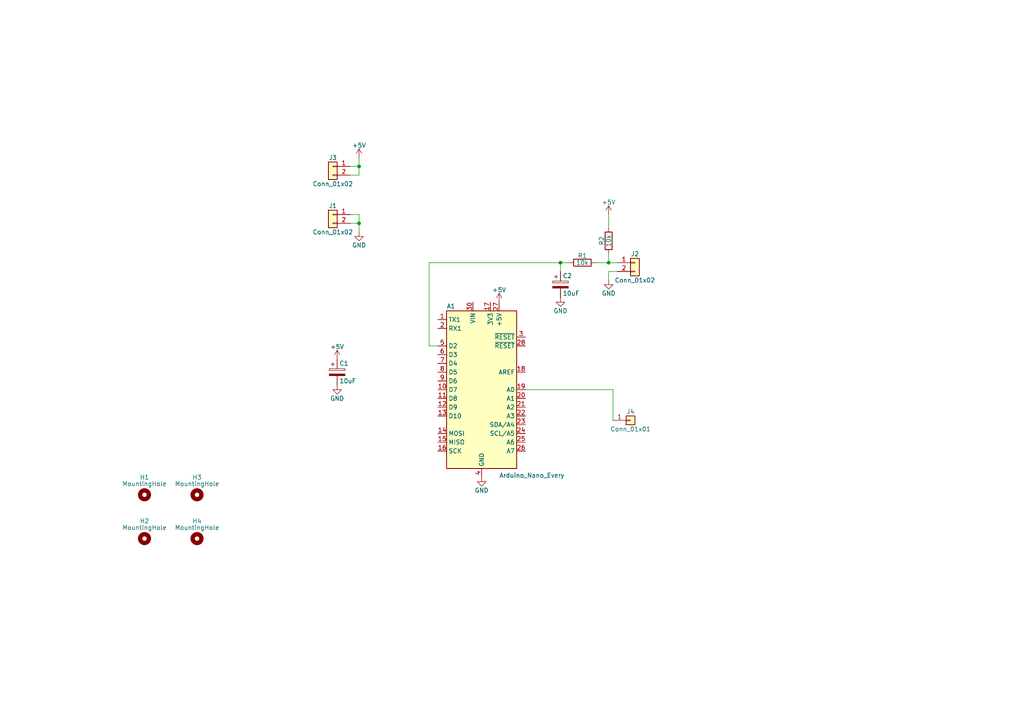
<source format=kicad_sch>
(kicad_sch (version 20211123) (generator eeschema)

  (uuid 8aa17ca7-4543-4fec-9ef0-e4e92431aa65)

  (paper "A4")

  (lib_symbols
    (symbol "Connector_Generic:Conn_01x01" (pin_names (offset 1.016) hide) (in_bom yes) (on_board yes)
      (property "Reference" "J" (id 0) (at 0 2.54 0)
        (effects (font (size 1.27 1.27)))
      )
      (property "Value" "Conn_01x01" (id 1) (at 0 -2.54 0)
        (effects (font (size 1.27 1.27)))
      )
      (property "Footprint" "" (id 2) (at 0 0 0)
        (effects (font (size 1.27 1.27)) hide)
      )
      (property "Datasheet" "~" (id 3) (at 0 0 0)
        (effects (font (size 1.27 1.27)) hide)
      )
      (property "ki_keywords" "connector" (id 4) (at 0 0 0)
        (effects (font (size 1.27 1.27)) hide)
      )
      (property "ki_description" "Generic connector, single row, 01x01, script generated (kicad-library-utils/schlib/autogen/connector/)" (id 5) (at 0 0 0)
        (effects (font (size 1.27 1.27)) hide)
      )
      (property "ki_fp_filters" "Connector*:*_1x??_*" (id 6) (at 0 0 0)
        (effects (font (size 1.27 1.27)) hide)
      )
      (symbol "Conn_01x01_1_1"
        (rectangle (start -1.27 0.127) (end 0 -0.127)
          (stroke (width 0.1524) (type default) (color 0 0 0 0))
          (fill (type none))
        )
        (rectangle (start -1.27 1.27) (end 1.27 -1.27)
          (stroke (width 0.254) (type default) (color 0 0 0 0))
          (fill (type background))
        )
        (pin passive line (at -5.08 0 0) (length 3.81)
          (name "Pin_1" (effects (font (size 1.27 1.27))))
          (number "1" (effects (font (size 1.27 1.27))))
        )
      )
    )
    (symbol "Connector_Generic:Conn_01x02" (pin_names (offset 1.016) hide) (in_bom yes) (on_board yes)
      (property "Reference" "J" (id 0) (at 0 2.54 0)
        (effects (font (size 1.27 1.27)))
      )
      (property "Value" "Conn_01x02" (id 1) (at 0 -5.08 0)
        (effects (font (size 1.27 1.27)))
      )
      (property "Footprint" "" (id 2) (at 0 0 0)
        (effects (font (size 1.27 1.27)) hide)
      )
      (property "Datasheet" "~" (id 3) (at 0 0 0)
        (effects (font (size 1.27 1.27)) hide)
      )
      (property "ki_keywords" "connector" (id 4) (at 0 0 0)
        (effects (font (size 1.27 1.27)) hide)
      )
      (property "ki_description" "Generic connector, single row, 01x02, script generated (kicad-library-utils/schlib/autogen/connector/)" (id 5) (at 0 0 0)
        (effects (font (size 1.27 1.27)) hide)
      )
      (property "ki_fp_filters" "Connector*:*_1x??_*" (id 6) (at 0 0 0)
        (effects (font (size 1.27 1.27)) hide)
      )
      (symbol "Conn_01x02_1_1"
        (rectangle (start -1.27 -2.413) (end 0 -2.667)
          (stroke (width 0.1524) (type default) (color 0 0 0 0))
          (fill (type none))
        )
        (rectangle (start -1.27 0.127) (end 0 -0.127)
          (stroke (width 0.1524) (type default) (color 0 0 0 0))
          (fill (type none))
        )
        (rectangle (start -1.27 1.27) (end 1.27 -3.81)
          (stroke (width 0.254) (type default) (color 0 0 0 0))
          (fill (type background))
        )
        (pin passive line (at -5.08 0 0) (length 3.81)
          (name "Pin_1" (effects (font (size 1.27 1.27))))
          (number "1" (effects (font (size 1.27 1.27))))
        )
        (pin passive line (at -5.08 -2.54 0) (length 3.81)
          (name "Pin_2" (effects (font (size 1.27 1.27))))
          (number "2" (effects (font (size 1.27 1.27))))
        )
      )
    )
    (symbol "Device:C_Polarized" (pin_numbers hide) (pin_names (offset 0.254)) (in_bom yes) (on_board yes)
      (property "Reference" "C" (id 0) (at 0.635 2.54 0)
        (effects (font (size 1.27 1.27)) (justify left))
      )
      (property "Value" "C_Polarized" (id 1) (at 0.635 -2.54 0)
        (effects (font (size 1.27 1.27)) (justify left))
      )
      (property "Footprint" "" (id 2) (at 0.9652 -3.81 0)
        (effects (font (size 1.27 1.27)) hide)
      )
      (property "Datasheet" "~" (id 3) (at 0 0 0)
        (effects (font (size 1.27 1.27)) hide)
      )
      (property "ki_keywords" "cap capacitor" (id 4) (at 0 0 0)
        (effects (font (size 1.27 1.27)) hide)
      )
      (property "ki_description" "Polarized capacitor" (id 5) (at 0 0 0)
        (effects (font (size 1.27 1.27)) hide)
      )
      (property "ki_fp_filters" "CP_*" (id 6) (at 0 0 0)
        (effects (font (size 1.27 1.27)) hide)
      )
      (symbol "C_Polarized_0_1"
        (rectangle (start -2.286 0.508) (end 2.286 1.016)
          (stroke (width 0) (type default) (color 0 0 0 0))
          (fill (type none))
        )
        (polyline
          (pts
            (xy -1.778 2.286)
            (xy -0.762 2.286)
          )
          (stroke (width 0) (type default) (color 0 0 0 0))
          (fill (type none))
        )
        (polyline
          (pts
            (xy -1.27 2.794)
            (xy -1.27 1.778)
          )
          (stroke (width 0) (type default) (color 0 0 0 0))
          (fill (type none))
        )
        (rectangle (start 2.286 -0.508) (end -2.286 -1.016)
          (stroke (width 0) (type default) (color 0 0 0 0))
          (fill (type outline))
        )
      )
      (symbol "C_Polarized_1_1"
        (pin passive line (at 0 3.81 270) (length 2.794)
          (name "~" (effects (font (size 1.27 1.27))))
          (number "1" (effects (font (size 1.27 1.27))))
        )
        (pin passive line (at 0 -3.81 90) (length 2.794)
          (name "~" (effects (font (size 1.27 1.27))))
          (number "2" (effects (font (size 1.27 1.27))))
        )
      )
    )
    (symbol "Device:R" (pin_numbers hide) (pin_names (offset 0)) (in_bom yes) (on_board yes)
      (property "Reference" "R" (id 0) (at 2.032 0 90)
        (effects (font (size 1.27 1.27)))
      )
      (property "Value" "R" (id 1) (at 0 0 90)
        (effects (font (size 1.27 1.27)))
      )
      (property "Footprint" "" (id 2) (at -1.778 0 90)
        (effects (font (size 1.27 1.27)) hide)
      )
      (property "Datasheet" "~" (id 3) (at 0 0 0)
        (effects (font (size 1.27 1.27)) hide)
      )
      (property "ki_keywords" "R res resistor" (id 4) (at 0 0 0)
        (effects (font (size 1.27 1.27)) hide)
      )
      (property "ki_description" "Resistor" (id 5) (at 0 0 0)
        (effects (font (size 1.27 1.27)) hide)
      )
      (property "ki_fp_filters" "R_*" (id 6) (at 0 0 0)
        (effects (font (size 1.27 1.27)) hide)
      )
      (symbol "R_0_1"
        (rectangle (start -1.016 -2.54) (end 1.016 2.54)
          (stroke (width 0.254) (type default) (color 0 0 0 0))
          (fill (type none))
        )
      )
      (symbol "R_1_1"
        (pin passive line (at 0 3.81 270) (length 1.27)
          (name "~" (effects (font (size 1.27 1.27))))
          (number "1" (effects (font (size 1.27 1.27))))
        )
        (pin passive line (at 0 -3.81 90) (length 1.27)
          (name "~" (effects (font (size 1.27 1.27))))
          (number "2" (effects (font (size 1.27 1.27))))
        )
      )
    )
    (symbol "MCU_Module:Arduino_Nano_Every" (in_bom yes) (on_board yes)
      (property "Reference" "A" (id 0) (at -10.16 23.495 0)
        (effects (font (size 1.27 1.27)) (justify left bottom))
      )
      (property "Value" "Arduino_Nano_Every" (id 1) (at 5.08 -24.13 0)
        (effects (font (size 1.27 1.27)) (justify left top))
      )
      (property "Footprint" "Module:Arduino_Nano" (id 2) (at 0 0 0)
        (effects (font (size 1.27 1.27) italic) hide)
      )
      (property "Datasheet" "https://content.arduino.cc/assets/NANOEveryV3.0_sch.pdf" (id 3) (at 0 0 0)
        (effects (font (size 1.27 1.27)) hide)
      )
      (property "ki_keywords" "Arduino nano microcontroller module USB UPDI AATMega4809 AVR" (id 4) (at 0 0 0)
        (effects (font (size 1.27 1.27)) hide)
      )
      (property "ki_description" "Arduino Nano Every" (id 5) (at 0 0 0)
        (effects (font (size 1.27 1.27)) hide)
      )
      (property "ki_fp_filters" "Arduino*Nano*" (id 6) (at 0 0 0)
        (effects (font (size 1.27 1.27)) hide)
      )
      (symbol "Arduino_Nano_Every_0_1"
        (rectangle (start -10.16 22.86) (end 10.16 -22.86)
          (stroke (width 0.254) (type default) (color 0 0 0 0))
          (fill (type background))
        )
      )
      (symbol "Arduino_Nano_Every_1_1"
        (pin bidirectional line (at -12.7 20.32 0) (length 2.54)
          (name "TX1" (effects (font (size 1.27 1.27))))
          (number "1" (effects (font (size 1.27 1.27))))
        )
        (pin bidirectional line (at -12.7 0 0) (length 2.54)
          (name "D7" (effects (font (size 1.27 1.27))))
          (number "10" (effects (font (size 1.27 1.27))))
        )
        (pin bidirectional line (at -12.7 -2.54 0) (length 2.54)
          (name "D8" (effects (font (size 1.27 1.27))))
          (number "11" (effects (font (size 1.27 1.27))))
        )
        (pin bidirectional line (at -12.7 -5.08 0) (length 2.54)
          (name "D9" (effects (font (size 1.27 1.27))))
          (number "12" (effects (font (size 1.27 1.27))))
        )
        (pin bidirectional line (at -12.7 -7.62 0) (length 2.54)
          (name "D10" (effects (font (size 1.27 1.27))))
          (number "13" (effects (font (size 1.27 1.27))))
        )
        (pin bidirectional line (at -12.7 -12.7 0) (length 2.54)
          (name "MOSI" (effects (font (size 1.27 1.27))))
          (number "14" (effects (font (size 1.27 1.27))))
        )
        (pin bidirectional line (at -12.7 -15.24 0) (length 2.54)
          (name "MISO" (effects (font (size 1.27 1.27))))
          (number "15" (effects (font (size 1.27 1.27))))
        )
        (pin bidirectional line (at -12.7 -17.78 0) (length 2.54)
          (name "SCK" (effects (font (size 1.27 1.27))))
          (number "16" (effects (font (size 1.27 1.27))))
        )
        (pin power_out line (at 2.54 25.4 270) (length 2.54)
          (name "3V3" (effects (font (size 1.27 1.27))))
          (number "17" (effects (font (size 1.27 1.27))))
        )
        (pin input line (at 12.7 5.08 180) (length 2.54)
          (name "AREF" (effects (font (size 1.27 1.27))))
          (number "18" (effects (font (size 1.27 1.27))))
        )
        (pin bidirectional line (at 12.7 0 180) (length 2.54)
          (name "A0" (effects (font (size 1.27 1.27))))
          (number "19" (effects (font (size 1.27 1.27))))
        )
        (pin bidirectional line (at -12.7 17.78 0) (length 2.54)
          (name "RX1" (effects (font (size 1.27 1.27))))
          (number "2" (effects (font (size 1.27 1.27))))
        )
        (pin bidirectional line (at 12.7 -2.54 180) (length 2.54)
          (name "A1" (effects (font (size 1.27 1.27))))
          (number "20" (effects (font (size 1.27 1.27))))
        )
        (pin bidirectional line (at 12.7 -5.08 180) (length 2.54)
          (name "A2" (effects (font (size 1.27 1.27))))
          (number "21" (effects (font (size 1.27 1.27))))
        )
        (pin bidirectional line (at 12.7 -7.62 180) (length 2.54)
          (name "A3" (effects (font (size 1.27 1.27))))
          (number "22" (effects (font (size 1.27 1.27))))
        )
        (pin bidirectional line (at 12.7 -10.16 180) (length 2.54)
          (name "SDA/A4" (effects (font (size 1.27 1.27))))
          (number "23" (effects (font (size 1.27 1.27))))
        )
        (pin bidirectional line (at 12.7 -12.7 180) (length 2.54)
          (name "SCL/A5" (effects (font (size 1.27 1.27))))
          (number "24" (effects (font (size 1.27 1.27))))
        )
        (pin bidirectional line (at 12.7 -15.24 180) (length 2.54)
          (name "A6" (effects (font (size 1.27 1.27))))
          (number "25" (effects (font (size 1.27 1.27))))
        )
        (pin bidirectional line (at 12.7 -17.78 180) (length 2.54)
          (name "A7" (effects (font (size 1.27 1.27))))
          (number "26" (effects (font (size 1.27 1.27))))
        )
        (pin power_out line (at 5.08 25.4 270) (length 2.54)
          (name "+5V" (effects (font (size 1.27 1.27))))
          (number "27" (effects (font (size 1.27 1.27))))
        )
        (pin input line (at 12.7 12.7 180) (length 2.54)
          (name "~{RESET}" (effects (font (size 1.27 1.27))))
          (number "28" (effects (font (size 1.27 1.27))))
        )
        (pin passive line (at 0 -25.4 90) (length 2.54) hide
          (name "GND" (effects (font (size 1.27 1.27))))
          (number "29" (effects (font (size 1.27 1.27))))
        )
        (pin input line (at 12.7 15.24 180) (length 2.54)
          (name "~{RESET}" (effects (font (size 1.27 1.27))))
          (number "3" (effects (font (size 1.27 1.27))))
        )
        (pin power_in line (at -2.54 25.4 270) (length 2.54)
          (name "VIN" (effects (font (size 1.27 1.27))))
          (number "30" (effects (font (size 1.27 1.27))))
        )
        (pin power_in line (at 0 -25.4 90) (length 2.54)
          (name "GND" (effects (font (size 1.27 1.27))))
          (number "4" (effects (font (size 1.27 1.27))))
        )
        (pin bidirectional line (at -12.7 12.7 0) (length 2.54)
          (name "D2" (effects (font (size 1.27 1.27))))
          (number "5" (effects (font (size 1.27 1.27))))
        )
        (pin bidirectional line (at -12.7 10.16 0) (length 2.54)
          (name "D3" (effects (font (size 1.27 1.27))))
          (number "6" (effects (font (size 1.27 1.27))))
        )
        (pin bidirectional line (at -12.7 7.62 0) (length 2.54)
          (name "D4" (effects (font (size 1.27 1.27))))
          (number "7" (effects (font (size 1.27 1.27))))
        )
        (pin bidirectional line (at -12.7 5.08 0) (length 2.54)
          (name "D5" (effects (font (size 1.27 1.27))))
          (number "8" (effects (font (size 1.27 1.27))))
        )
        (pin bidirectional line (at -12.7 2.54 0) (length 2.54)
          (name "D6" (effects (font (size 1.27 1.27))))
          (number "9" (effects (font (size 1.27 1.27))))
        )
      )
    )
    (symbol "Mechanical:MountingHole" (pin_names (offset 1.016)) (in_bom yes) (on_board yes)
      (property "Reference" "H" (id 0) (at 0 5.08 0)
        (effects (font (size 1.27 1.27)))
      )
      (property "Value" "MountingHole" (id 1) (at 0 3.175 0)
        (effects (font (size 1.27 1.27)))
      )
      (property "Footprint" "" (id 2) (at 0 0 0)
        (effects (font (size 1.27 1.27)) hide)
      )
      (property "Datasheet" "~" (id 3) (at 0 0 0)
        (effects (font (size 1.27 1.27)) hide)
      )
      (property "ki_keywords" "mounting hole" (id 4) (at 0 0 0)
        (effects (font (size 1.27 1.27)) hide)
      )
      (property "ki_description" "Mounting Hole without connection" (id 5) (at 0 0 0)
        (effects (font (size 1.27 1.27)) hide)
      )
      (property "ki_fp_filters" "MountingHole*" (id 6) (at 0 0 0)
        (effects (font (size 1.27 1.27)) hide)
      )
      (symbol "MountingHole_0_1"
        (circle (center 0 0) (radius 1.27)
          (stroke (width 1.27) (type default) (color 0 0 0 0))
          (fill (type none))
        )
      )
    )
    (symbol "power:+5V" (power) (pin_names (offset 0)) (in_bom yes) (on_board yes)
      (property "Reference" "#PWR" (id 0) (at 0 -3.81 0)
        (effects (font (size 1.27 1.27)) hide)
      )
      (property "Value" "+5V" (id 1) (at 0 3.556 0)
        (effects (font (size 1.27 1.27)))
      )
      (property "Footprint" "" (id 2) (at 0 0 0)
        (effects (font (size 1.27 1.27)) hide)
      )
      (property "Datasheet" "" (id 3) (at 0 0 0)
        (effects (font (size 1.27 1.27)) hide)
      )
      (property "ki_keywords" "power-flag" (id 4) (at 0 0 0)
        (effects (font (size 1.27 1.27)) hide)
      )
      (property "ki_description" "Power symbol creates a global label with name \"+5V\"" (id 5) (at 0 0 0)
        (effects (font (size 1.27 1.27)) hide)
      )
      (symbol "+5V_0_1"
        (polyline
          (pts
            (xy -0.762 1.27)
            (xy 0 2.54)
          )
          (stroke (width 0) (type default) (color 0 0 0 0))
          (fill (type none))
        )
        (polyline
          (pts
            (xy 0 0)
            (xy 0 2.54)
          )
          (stroke (width 0) (type default) (color 0 0 0 0))
          (fill (type none))
        )
        (polyline
          (pts
            (xy 0 2.54)
            (xy 0.762 1.27)
          )
          (stroke (width 0) (type default) (color 0 0 0 0))
          (fill (type none))
        )
      )
      (symbol "+5V_1_1"
        (pin power_in line (at 0 0 90) (length 0) hide
          (name "+5V" (effects (font (size 1.27 1.27))))
          (number "1" (effects (font (size 1.27 1.27))))
        )
      )
    )
    (symbol "power:GND" (power) (pin_names (offset 0)) (in_bom yes) (on_board yes)
      (property "Reference" "#PWR" (id 0) (at 0 -6.35 0)
        (effects (font (size 1.27 1.27)) hide)
      )
      (property "Value" "GND" (id 1) (at 0 -3.81 0)
        (effects (font (size 1.27 1.27)))
      )
      (property "Footprint" "" (id 2) (at 0 0 0)
        (effects (font (size 1.27 1.27)) hide)
      )
      (property "Datasheet" "" (id 3) (at 0 0 0)
        (effects (font (size 1.27 1.27)) hide)
      )
      (property "ki_keywords" "power-flag" (id 4) (at 0 0 0)
        (effects (font (size 1.27 1.27)) hide)
      )
      (property "ki_description" "Power symbol creates a global label with name \"GND\" , ground" (id 5) (at 0 0 0)
        (effects (font (size 1.27 1.27)) hide)
      )
      (symbol "GND_0_1"
        (polyline
          (pts
            (xy 0 0)
            (xy 0 -1.27)
            (xy 1.27 -1.27)
            (xy 0 -2.54)
            (xy -1.27 -1.27)
            (xy 0 -1.27)
          )
          (stroke (width 0) (type default) (color 0 0 0 0))
          (fill (type none))
        )
      )
      (symbol "GND_1_1"
        (pin power_in line (at 0 0 270) (length 0) hide
          (name "GND" (effects (font (size 1.27 1.27))))
          (number "1" (effects (font (size 1.27 1.27))))
        )
      )
    )
  )

  (junction (at 162.56 76.2) (diameter 0) (color 0 0 0 0)
    (uuid 17e976da-0e09-4c44-b099-bbf09b39f4bd)
  )
  (junction (at 104.14 48.26) (diameter 0) (color 0 0 0 0)
    (uuid 22e68c39-5e6f-402c-b081-3a2854da4603)
  )
  (junction (at 176.53 76.2) (diameter 0) (color 0 0 0 0)
    (uuid 675d48fe-4ff1-40bc-8621-feed849931de)
  )
  (junction (at 104.14 64.77) (diameter 0) (color 0 0 0 0)
    (uuid bb9ad97a-e510-4995-87a4-e490254c5a84)
  )

  (wire (pts (xy 101.6 62.23) (xy 104.14 62.23))
    (stroke (width 0) (type default) (color 0 0 0 0))
    (uuid 1998ac41-9f80-432e-9442-04753f036942)
  )
  (wire (pts (xy 104.14 64.77) (xy 104.14 67.31))
    (stroke (width 0) (type default) (color 0 0 0 0))
    (uuid 1ccdb31e-09e0-4a22-89bf-20576399ce4f)
  )
  (wire (pts (xy 101.6 50.8) (xy 104.14 50.8))
    (stroke (width 0) (type default) (color 0 0 0 0))
    (uuid 1d09e81e-3103-41fe-a464-3c1ca7d6d4a4)
  )
  (wire (pts (xy 177.8 113.03) (xy 177.8 121.92))
    (stroke (width 0) (type default) (color 0 0 0 0))
    (uuid 1e48a7ea-0466-45d3-acdd-dd204d1071e4)
  )
  (wire (pts (xy 104.14 62.23) (xy 104.14 64.77))
    (stroke (width 0) (type default) (color 0 0 0 0))
    (uuid 1f025cad-e7f1-4f3d-afc8-ba2c70c45cb1)
  )
  (wire (pts (xy 104.14 48.26) (xy 104.14 50.8))
    (stroke (width 0) (type default) (color 0 0 0 0))
    (uuid 2cf0a634-8223-4bb7-9579-0aaa9bfdcfde)
  )
  (wire (pts (xy 176.53 76.2) (xy 179.07 76.2))
    (stroke (width 0) (type default) (color 0 0 0 0))
    (uuid 4a49f506-067c-4350-90c3-068c9b914196)
  )
  (wire (pts (xy 152.4 113.03) (xy 177.8 113.03))
    (stroke (width 0) (type default) (color 0 0 0 0))
    (uuid 52f04b93-f702-4367-af0d-8445094e4ed7)
  )
  (wire (pts (xy 176.53 73.66) (xy 176.53 76.2))
    (stroke (width 0) (type default) (color 0 0 0 0))
    (uuid 5d0a6417-b205-4c1c-b68f-b35e9a639e19)
  )
  (wire (pts (xy 172.72 76.2) (xy 176.53 76.2))
    (stroke (width 0) (type default) (color 0 0 0 0))
    (uuid 694abaa6-88bd-40bc-8099-94dfc34f4661)
  )
  (wire (pts (xy 124.46 76.2) (xy 162.56 76.2))
    (stroke (width 0) (type default) (color 0 0 0 0))
    (uuid 78371d6e-dbc6-4111-a6da-12942e04fb8d)
  )
  (wire (pts (xy 176.53 78.74) (xy 176.53 81.28))
    (stroke (width 0) (type default) (color 0 0 0 0))
    (uuid 7a617308-1557-42fc-9d38-9d2e148b6e11)
  )
  (wire (pts (xy 101.6 64.77) (xy 104.14 64.77))
    (stroke (width 0) (type default) (color 0 0 0 0))
    (uuid 7ef3b43f-d8d2-4256-be07-d74402695e13)
  )
  (wire (pts (xy 101.6 48.26) (xy 104.14 48.26))
    (stroke (width 0) (type default) (color 0 0 0 0))
    (uuid 7fc64504-38fe-44f6-bbb2-0ec730c294c7)
  )
  (wire (pts (xy 176.53 62.23) (xy 176.53 66.04))
    (stroke (width 0) (type default) (color 0 0 0 0))
    (uuid a01ff12f-23f3-4cdd-8007-91bfd14d4017)
  )
  (wire (pts (xy 162.56 78.74) (xy 162.56 76.2))
    (stroke (width 0) (type default) (color 0 0 0 0))
    (uuid ae2335eb-772f-44a4-8de7-c689c7ce5a9c)
  )
  (wire (pts (xy 104.14 45.72) (xy 104.14 48.26))
    (stroke (width 0) (type default) (color 0 0 0 0))
    (uuid af00a526-45b8-4a06-bf0f-2e53d29683ba)
  )
  (wire (pts (xy 162.56 76.2) (xy 165.1 76.2))
    (stroke (width 0) (type default) (color 0 0 0 0))
    (uuid b98f9eee-cd24-4581-95d1-60748ece3b94)
  )
  (wire (pts (xy 124.46 100.33) (xy 124.46 76.2))
    (stroke (width 0) (type default) (color 0 0 0 0))
    (uuid c7250fa6-1203-4dfd-a4dc-70d64f97f010)
  )
  (wire (pts (xy 179.07 78.74) (xy 176.53 78.74))
    (stroke (width 0) (type default) (color 0 0 0 0))
    (uuid d2c491c4-f81f-4352-92be-a6adcbd4e1a8)
  )
  (wire (pts (xy 127 100.33) (xy 124.46 100.33))
    (stroke (width 0) (type default) (color 0 0 0 0))
    (uuid dc6a40da-945d-4784-9ee6-d66faa7f1647)
  )

  (symbol (lib_id "power:GND") (at 97.79 111.76 0) (unit 1)
    (in_bom yes) (on_board yes)
    (uuid 135356d8-b451-40a3-a4eb-210c18c085d4)
    (property "Reference" "#PWR0106" (id 0) (at 97.79 118.11 0)
      (effects (font (size 1.27 1.27)) hide)
    )
    (property "Value" "GND" (id 1) (at 97.79 115.57 0))
    (property "Footprint" "" (id 2) (at 97.79 111.76 0)
      (effects (font (size 1.27 1.27)) hide)
    )
    (property "Datasheet" "" (id 3) (at 97.79 111.76 0)
      (effects (font (size 1.27 1.27)) hide)
    )
    (pin "1" (uuid 71f12fe5-0311-4821-8c8c-e66a336b00fc))
  )

  (symbol (lib_id "Device:R") (at 168.91 76.2 90) (unit 1)
    (in_bom yes) (on_board yes)
    (uuid 1cae24cc-9cea-4958-b205-5bfae52cacd8)
    (property "Reference" "R1" (id 0) (at 168.91 74.168 90))
    (property "Value" "10k" (id 1) (at 168.91 76.2 90))
    (property "Footprint" "Resistor_THT:R_Axial_DIN0204_L3.6mm_D1.6mm_P5.08mm_Horizontal" (id 2) (at 168.91 77.978 90)
      (effects (font (size 1.27 1.27)) hide)
    )
    (property "Datasheet" "~" (id 3) (at 168.91 76.2 0)
      (effects (font (size 1.27 1.27)) hide)
    )
    (pin "1" (uuid 51c886cd-05bd-4587-beeb-a5497966696f))
    (pin "2" (uuid c8d6bffc-af43-4dda-a4fe-85bfb014dcdf))
  )

  (symbol (lib_id "Device:C_Polarized") (at 97.79 107.95 0) (unit 1)
    (in_bom yes) (on_board yes)
    (uuid 21430366-544a-4d52-86c2-fac8b8cee63e)
    (property "Reference" "C1" (id 0) (at 98.425 105.41 0)
      (effects (font (size 1.27 1.27)) (justify left))
    )
    (property "Value" "10uF" (id 1) (at 98.425 110.49 0)
      (effects (font (size 1.27 1.27)) (justify left))
    )
    (property "Footprint" "Capacitor_THT:CP_Radial_D5.0mm_P2.50mm" (id 2) (at 98.7552 111.76 0)
      (effects (font (size 1.27 1.27)) hide)
    )
    (property "Datasheet" "~" (id 3) (at 97.79 107.95 0)
      (effects (font (size 1.27 1.27)) hide)
    )
    (pin "1" (uuid 934cc026-29f0-4521-a315-21893f109723))
    (pin "2" (uuid 64ae7a51-c414-4fc0-9330-ea3c9e30933b))
  )

  (symbol (lib_id "Connector_Generic:Conn_01x02") (at 184.15 76.2 0) (unit 1)
    (in_bom yes) (on_board yes)
    (uuid 275c8fc0-dee3-4520-9807-d3e1cc4f58c6)
    (property "Reference" "J2" (id 0) (at 184.15 73.66 0))
    (property "Value" "Conn_01x02" (id 1) (at 184.15 81.28 0))
    (property "Footprint" "Connector_PinHeader_2.54mm:PinHeader_1x02_P2.54mm_Vertical" (id 2) (at 184.15 76.2 0)
      (effects (font (size 1.27 1.27)) hide)
    )
    (property "Datasheet" "~" (id 3) (at 184.15 76.2 0)
      (effects (font (size 1.27 1.27)) hide)
    )
    (pin "1" (uuid c3bb4a2c-c8ca-454d-9fa4-437ed5466a81))
    (pin "2" (uuid 992ba1d0-d256-4459-a889-4d753324fce7))
  )

  (symbol (lib_id "Mechanical:MountingHole") (at 41.91 156.21 0) (unit 1)
    (in_bom yes) (on_board yes)
    (uuid 2d82fe1a-9a2f-4c64-8a1c-4ed78b737753)
    (property "Reference" "H2" (id 0) (at 41.91 151.13 0))
    (property "Value" "MountingHole" (id 1) (at 41.91 153.035 0))
    (property "Footprint" "MountingHole:MountingHole_3.2mm_M3" (id 2) (at 41.91 156.21 0)
      (effects (font (size 1.27 1.27)) hide)
    )
    (property "Datasheet" "~" (id 3) (at 41.91 156.21 0)
      (effects (font (size 1.27 1.27)) hide)
    )
  )

  (symbol (lib_id "Mechanical:MountingHole") (at 41.91 143.51 0) (unit 1)
    (in_bom yes) (on_board yes)
    (uuid 2d89f999-0d57-47d9-aa3f-81919a29d21a)
    (property "Reference" "H1" (id 0) (at 41.91 138.43 0))
    (property "Value" "MountingHole" (id 1) (at 41.91 140.335 0))
    (property "Footprint" "MountingHole:MountingHole_3.2mm_M3" (id 2) (at 41.91 143.51 0)
      (effects (font (size 1.27 1.27)) hide)
    )
    (property "Datasheet" "~" (id 3) (at 41.91 143.51 0)
      (effects (font (size 1.27 1.27)) hide)
    )
  )

  (symbol (lib_id "power:GND") (at 139.7 138.43 0) (unit 1)
    (in_bom yes) (on_board yes)
    (uuid 44d9f4c6-5487-4584-bf1e-61d3493a05b5)
    (property "Reference" "#PWR0101" (id 0) (at 139.7 144.78 0)
      (effects (font (size 1.27 1.27)) hide)
    )
    (property "Value" "GND" (id 1) (at 139.7 142.24 0))
    (property "Footprint" "" (id 2) (at 139.7 138.43 0)
      (effects (font (size 1.27 1.27)) hide)
    )
    (property "Datasheet" "" (id 3) (at 139.7 138.43 0)
      (effects (font (size 1.27 1.27)) hide)
    )
    (pin "1" (uuid 112fda3f-39b9-44d4-8ea2-2166657f6b80))
  )

  (symbol (lib_id "Connector_Generic:Conn_01x02") (at 96.52 48.26 0) (mirror y) (unit 1)
    (in_bom yes) (on_board yes)
    (uuid 451f142b-a0fa-4f74-a58a-35def0a3f821)
    (property "Reference" "J3" (id 0) (at 96.52 45.72 0))
    (property "Value" "Conn_01x02" (id 1) (at 96.52 53.34 0))
    (property "Footprint" "Connector_PinHeader_2.54mm:PinHeader_1x02_P2.54mm_Vertical" (id 2) (at 96.52 48.26 0)
      (effects (font (size 1.27 1.27)) hide)
    )
    (property "Datasheet" "~" (id 3) (at 96.52 48.26 0)
      (effects (font (size 1.27 1.27)) hide)
    )
    (pin "1" (uuid debbb521-2f52-4bde-855b-7f1b7a5379fc))
    (pin "2" (uuid d3ea019f-d39a-4e0d-a5eb-f318d0fac5ce))
  )

  (symbol (lib_id "Device:C_Polarized") (at 162.56 82.55 0) (unit 1)
    (in_bom yes) (on_board yes)
    (uuid 4beb26a6-65a4-471e-bfd1-7d7931331200)
    (property "Reference" "C2" (id 0) (at 163.195 80.01 0)
      (effects (font (size 1.27 1.27)) (justify left))
    )
    (property "Value" "10uF" (id 1) (at 163.195 85.09 0)
      (effects (font (size 1.27 1.27)) (justify left))
    )
    (property "Footprint" "Capacitor_THT:CP_Radial_D5.0mm_P2.50mm" (id 2) (at 163.5252 86.36 0)
      (effects (font (size 1.27 1.27)) hide)
    )
    (property "Datasheet" "~" (id 3) (at 162.56 82.55 0)
      (effects (font (size 1.27 1.27)) hide)
    )
    (pin "1" (uuid 3f00f41e-ba98-4e6a-9ab7-9b2a473c112c))
    (pin "2" (uuid 57fd339c-5dd6-4b57-8014-d476d46ec0a8))
  )

  (symbol (lib_id "MCU_Module:Arduino_Nano_Every") (at 139.7 113.03 0) (unit 1)
    (in_bom yes) (on_board yes)
    (uuid 54aa125e-d809-456d-9d1c-03c9cb5bee16)
    (property "Reference" "A1" (id 0) (at 129.54 89.535 0)
      (effects (font (size 1.27 1.27)) (justify left bottom))
    )
    (property "Value" "Arduino_Nano_Every" (id 1) (at 144.78 137.16 0)
      (effects (font (size 1.27 1.27)) (justify left top))
    )
    (property "Footprint" "Module:Arduino_Nano" (id 2) (at 139.7 113.03 0)
      (effects (font (size 1.27 1.27) italic) hide)
    )
    (property "Datasheet" "https://content.arduino.cc/assets/NANOEveryV3.0_sch.pdf" (id 3) (at 139.7 113.03 0)
      (effects (font (size 1.27 1.27)) hide)
    )
    (pin "1" (uuid c8bee470-a914-4551-bc61-e68490fbb0a1))
    (pin "10" (uuid d90cbb95-7943-4613-bae9-d293bdc30d3e))
    (pin "11" (uuid 0b0c285b-e3cd-439c-86b2-f9184816b01e))
    (pin "12" (uuid 7fc146c7-eccf-4027-a6e0-fda5f040bef8))
    (pin "13" (uuid 728c21ee-7d2d-49a5-9d07-0f09ec46c534))
    (pin "14" (uuid 2f51bab0-3fab-4108-b9a0-da9c798bfcc4))
    (pin "15" (uuid 9714a5d6-139e-4604-948d-123f938b0ba3))
    (pin "16" (uuid dadd7894-eaf1-4878-aa80-4646590f19aa))
    (pin "17" (uuid d4c1d1e2-9e05-49d3-8640-6bfce63cffad))
    (pin "18" (uuid d4500a38-b995-4970-9cfc-7ea54dcdf063))
    (pin "19" (uuid d2df3f6a-f9ae-4959-b6f0-849e9139ac6a))
    (pin "2" (uuid 038508d5-a58b-415e-811e-76f17a5dad0b))
    (pin "20" (uuid d2625b8e-32b9-48f1-b38a-87aff4aa977f))
    (pin "21" (uuid 8cdca0ad-e2cc-41c5-99ba-781241b86b03))
    (pin "22" (uuid 18d5c327-18bb-4bf9-93e8-32f74af34700))
    (pin "23" (uuid a02e5240-174d-4f4a-8c4f-218bcc0f2a44))
    (pin "24" (uuid f545ba7c-9477-4ce5-b68a-c0f4faf0dbaf))
    (pin "25" (uuid ed259423-326e-4cac-bbfe-f15db22df64e))
    (pin "26" (uuid 99e794ef-cd5a-4475-b256-defa1ed9d74d))
    (pin "27" (uuid 1e187f7e-a6b9-4d25-841b-3b7d601ec0a4))
    (pin "28" (uuid 67c25736-258c-4282-bca1-5520370bcf31))
    (pin "29" (uuid dfe972d3-6324-470d-8857-e4c806605f24))
    (pin "3" (uuid 0351d6a0-907c-429e-8eb9-97a11501924c))
    (pin "30" (uuid 6e173448-050c-4d82-8f18-1a4bcfbf19ab))
    (pin "4" (uuid 5d903b27-7035-4bf8-b45c-8474f3b67de6))
    (pin "5" (uuid 9938283b-c1d5-4b29-a738-79a2fe50f485))
    (pin "6" (uuid 845c86aa-8647-4da0-9b44-38a76312c8d5))
    (pin "7" (uuid 98448329-1534-456d-997f-72f41aa6dfa4))
    (pin "8" (uuid 3a67e0b1-1d6f-4626-8973-95b6dacb1565))
    (pin "9" (uuid 1d4d0aca-a826-4a82-b99b-53b797a34286))
  )

  (symbol (lib_id "Connector_Generic:Conn_01x02") (at 96.52 62.23 0) (mirror y) (unit 1)
    (in_bom yes) (on_board yes)
    (uuid 61bc7127-f7ca-4cd6-bb5d-1d09850e7554)
    (property "Reference" "J1" (id 0) (at 96.52 59.69 0))
    (property "Value" "Conn_01x02" (id 1) (at 96.52 67.31 0))
    (property "Footprint" "Connector_PinHeader_2.54mm:PinHeader_1x02_P2.54mm_Vertical" (id 2) (at 96.52 62.23 0)
      (effects (font (size 1.27 1.27)) hide)
    )
    (property "Datasheet" "~" (id 3) (at 96.52 62.23 0)
      (effects (font (size 1.27 1.27)) hide)
    )
    (pin "1" (uuid c68799fa-1ed3-423b-ae70-8e96f03a6fe0))
    (pin "2" (uuid 7609a9ef-5c3f-4201-8bc0-da9db41f4248))
  )

  (symbol (lib_id "Mechanical:MountingHole") (at 57.15 143.51 0) (unit 1)
    (in_bom yes) (on_board yes)
    (uuid 6f34b12d-3e08-4ac0-b8c0-4bbbfa21f952)
    (property "Reference" "H3" (id 0) (at 57.15 138.43 0))
    (property "Value" "MountingHole" (id 1) (at 57.15 140.335 0))
    (property "Footprint" "MountingHole:MountingHole_3.2mm_M3" (id 2) (at 57.15 143.51 0)
      (effects (font (size 1.27 1.27)) hide)
    )
    (property "Datasheet" "~" (id 3) (at 57.15 143.51 0)
      (effects (font (size 1.27 1.27)) hide)
    )
  )

  (symbol (lib_id "power:+5V") (at 176.53 62.23 0) (unit 1)
    (in_bom yes) (on_board yes)
    (uuid 79499d94-632d-4e1c-9f6a-abeef6bc661f)
    (property "Reference" "#PWR0111" (id 0) (at 176.53 66.04 0)
      (effects (font (size 1.27 1.27)) hide)
    )
    (property "Value" "+5V" (id 1) (at 176.53 58.674 0))
    (property "Footprint" "" (id 2) (at 176.53 62.23 0)
      (effects (font (size 1.27 1.27)) hide)
    )
    (property "Datasheet" "" (id 3) (at 176.53 62.23 0)
      (effects (font (size 1.27 1.27)) hide)
    )
    (pin "1" (uuid c3ffe904-fd5e-491b-ba92-832c3cab9d2f))
  )

  (symbol (lib_id "power:GND") (at 162.56 86.36 0) (unit 1)
    (in_bom yes) (on_board yes)
    (uuid 7eab5423-b27d-4d9d-b3d8-f5dd4249e138)
    (property "Reference" "#PWR0110" (id 0) (at 162.56 92.71 0)
      (effects (font (size 1.27 1.27)) hide)
    )
    (property "Value" "GND" (id 1) (at 162.56 90.17 0))
    (property "Footprint" "" (id 2) (at 162.56 86.36 0)
      (effects (font (size 1.27 1.27)) hide)
    )
    (property "Datasheet" "" (id 3) (at 162.56 86.36 0)
      (effects (font (size 1.27 1.27)) hide)
    )
    (pin "1" (uuid a8a4cfa7-b653-40e9-9ba8-b13523674bf6))
  )

  (symbol (lib_id "power:GND") (at 104.14 67.31 0) (unit 1)
    (in_bom yes) (on_board yes)
    (uuid a04b0c97-ba25-466d-866e-446453ffb59f)
    (property "Reference" "#PWR0105" (id 0) (at 104.14 73.66 0)
      (effects (font (size 1.27 1.27)) hide)
    )
    (property "Value" "GND" (id 1) (at 104.14 71.12 0))
    (property "Footprint" "" (id 2) (at 104.14 67.31 0)
      (effects (font (size 1.27 1.27)) hide)
    )
    (property "Datasheet" "" (id 3) (at 104.14 67.31 0)
      (effects (font (size 1.27 1.27)) hide)
    )
    (pin "1" (uuid 02606bf8-9cac-47f4-bf4a-89d299d25125))
  )

  (symbol (lib_id "power:+5V") (at 144.78 87.63 0) (unit 1)
    (in_bom yes) (on_board yes)
    (uuid a33dbc8f-2e03-4476-ba69-f73c991d5ffd)
    (property "Reference" "#PWR0109" (id 0) (at 144.78 91.44 0)
      (effects (font (size 1.27 1.27)) hide)
    )
    (property "Value" "+5V" (id 1) (at 144.78 84.074 0))
    (property "Footprint" "" (id 2) (at 144.78 87.63 0)
      (effects (font (size 1.27 1.27)) hide)
    )
    (property "Datasheet" "" (id 3) (at 144.78 87.63 0)
      (effects (font (size 1.27 1.27)) hide)
    )
    (pin "1" (uuid f807a3ae-cb3a-410c-86ca-905e1e88ba0e))
  )

  (symbol (lib_id "Connector_Generic:Conn_01x01") (at 182.88 121.92 0) (unit 1)
    (in_bom yes) (on_board yes)
    (uuid a52aac5e-2e16-4d96-94c9-66a909e3bbd9)
    (property "Reference" "J4" (id 0) (at 182.88 119.38 0))
    (property "Value" "Conn_01x01" (id 1) (at 182.88 124.46 0))
    (property "Footprint" "Connector_PinHeader_2.54mm:PinHeader_1x01_P2.54mm_Vertical" (id 2) (at 182.88 121.92 0)
      (effects (font (size 1.27 1.27)) hide)
    )
    (property "Datasheet" "~" (id 3) (at 182.88 121.92 0)
      (effects (font (size 1.27 1.27)) hide)
    )
    (pin "1" (uuid 22c13b39-aa67-4316-a4d8-1a38046d5db0))
  )

  (symbol (lib_id "power:GND") (at 176.53 81.28 0) (unit 1)
    (in_bom yes) (on_board yes)
    (uuid b38a5d35-fbaf-4184-a63d-649c5d8dc68e)
    (property "Reference" "#PWR0108" (id 0) (at 176.53 87.63 0)
      (effects (font (size 1.27 1.27)) hide)
    )
    (property "Value" "GND" (id 1) (at 176.53 85.09 0))
    (property "Footprint" "" (id 2) (at 176.53 81.28 0)
      (effects (font (size 1.27 1.27)) hide)
    )
    (property "Datasheet" "" (id 3) (at 176.53 81.28 0)
      (effects (font (size 1.27 1.27)) hide)
    )
    (pin "1" (uuid 382e7973-f025-4cf1-8bc0-ab6756d403b3))
  )

  (symbol (lib_id "Mechanical:MountingHole") (at 57.15 156.21 0) (unit 1)
    (in_bom yes) (on_board yes)
    (uuid b7ce9e9a-5df9-4516-a23d-39fb708c1ab5)
    (property "Reference" "H4" (id 0) (at 57.15 151.13 0))
    (property "Value" "MountingHole" (id 1) (at 57.15 153.035 0))
    (property "Footprint" "MountingHole:MountingHole_3.2mm_M3" (id 2) (at 57.15 156.21 0)
      (effects (font (size 1.27 1.27)) hide)
    )
    (property "Datasheet" "~" (id 3) (at 57.15 156.21 0)
      (effects (font (size 1.27 1.27)) hide)
    )
  )

  (symbol (lib_id "Device:R") (at 176.53 69.85 180) (unit 1)
    (in_bom yes) (on_board yes)
    (uuid da363662-c6b0-4a5d-962d-7c03def5b335)
    (property "Reference" "R2" (id 0) (at 174.498 69.85 90))
    (property "Value" "10k" (id 1) (at 176.53 69.85 90))
    (property "Footprint" "Resistor_THT:R_Axial_DIN0204_L3.6mm_D1.6mm_P5.08mm_Horizontal" (id 2) (at 178.308 69.85 90)
      (effects (font (size 1.27 1.27)) hide)
    )
    (property "Datasheet" "~" (id 3) (at 176.53 69.85 0)
      (effects (font (size 1.27 1.27)) hide)
    )
    (pin "1" (uuid a4c0e892-099c-490e-882a-434188c197b0))
    (pin "2" (uuid 41e7afda-35dd-4923-81eb-4bfbc03e92c5))
  )

  (symbol (lib_id "power:+5V") (at 104.14 45.72 0) (unit 1)
    (in_bom yes) (on_board yes)
    (uuid e6ecbd9a-77fb-4e3d-a1e2-1ea760b3b2a3)
    (property "Reference" "#PWR0102" (id 0) (at 104.14 49.53 0)
      (effects (font (size 1.27 1.27)) hide)
    )
    (property "Value" "+5V" (id 1) (at 104.14 42.164 0))
    (property "Footprint" "" (id 2) (at 104.14 45.72 0)
      (effects (font (size 1.27 1.27)) hide)
    )
    (property "Datasheet" "" (id 3) (at 104.14 45.72 0)
      (effects (font (size 1.27 1.27)) hide)
    )
    (pin "1" (uuid f79db8aa-dccd-4d14-b79a-045ef7731cc0))
  )

  (symbol (lib_id "power:+5V") (at 97.79 104.14 0) (unit 1)
    (in_bom yes) (on_board yes)
    (uuid f76be7de-7f85-4cfb-bccc-a6b1c48b109c)
    (property "Reference" "#PWR0107" (id 0) (at 97.79 107.95 0)
      (effects (font (size 1.27 1.27)) hide)
    )
    (property "Value" "+5V" (id 1) (at 97.79 100.584 0))
    (property "Footprint" "" (id 2) (at 97.79 104.14 0)
      (effects (font (size 1.27 1.27)) hide)
    )
    (property "Datasheet" "" (id 3) (at 97.79 104.14 0)
      (effects (font (size 1.27 1.27)) hide)
    )
    (pin "1" (uuid 6a377197-9408-4e0c-8a7c-6632dfec4231))
  )

  (sheet_instances
    (path "/" (page "1"))
  )

  (symbol_instances
    (path "/44d9f4c6-5487-4584-bf1e-61d3493a05b5"
      (reference "#PWR0101") (unit 1) (value "GND") (footprint "")
    )
    (path "/e6ecbd9a-77fb-4e3d-a1e2-1ea760b3b2a3"
      (reference "#PWR0102") (unit 1) (value "+5V") (footprint "")
    )
    (path "/a04b0c97-ba25-466d-866e-446453ffb59f"
      (reference "#PWR0105") (unit 1) (value "GND") (footprint "")
    )
    (path "/135356d8-b451-40a3-a4eb-210c18c085d4"
      (reference "#PWR0106") (unit 1) (value "GND") (footprint "")
    )
    (path "/f76be7de-7f85-4cfb-bccc-a6b1c48b109c"
      (reference "#PWR0107") (unit 1) (value "+5V") (footprint "")
    )
    (path "/b38a5d35-fbaf-4184-a63d-649c5d8dc68e"
      (reference "#PWR0108") (unit 1) (value "GND") (footprint "")
    )
    (path "/a33dbc8f-2e03-4476-ba69-f73c991d5ffd"
      (reference "#PWR0109") (unit 1) (value "+5V") (footprint "")
    )
    (path "/7eab5423-b27d-4d9d-b3d8-f5dd4249e138"
      (reference "#PWR0110") (unit 1) (value "GND") (footprint "")
    )
    (path "/79499d94-632d-4e1c-9f6a-abeef6bc661f"
      (reference "#PWR0111") (unit 1) (value "+5V") (footprint "")
    )
    (path "/54aa125e-d809-456d-9d1c-03c9cb5bee16"
      (reference "A1") (unit 1) (value "Arduino_Nano_Every") (footprint "Module:Arduino_Nano")
    )
    (path "/21430366-544a-4d52-86c2-fac8b8cee63e"
      (reference "C1") (unit 1) (value "10uF") (footprint "Capacitor_THT:CP_Radial_D5.0mm_P2.50mm")
    )
    (path "/4beb26a6-65a4-471e-bfd1-7d7931331200"
      (reference "C2") (unit 1) (value "10uF") (footprint "Capacitor_THT:CP_Radial_D5.0mm_P2.50mm")
    )
    (path "/2d89f999-0d57-47d9-aa3f-81919a29d21a"
      (reference "H1") (unit 1) (value "MountingHole") (footprint "MountingHole:MountingHole_3.2mm_M3")
    )
    (path "/2d82fe1a-9a2f-4c64-8a1c-4ed78b737753"
      (reference "H2") (unit 1) (value "MountingHole") (footprint "MountingHole:MountingHole_3.2mm_M3")
    )
    (path "/6f34b12d-3e08-4ac0-b8c0-4bbbfa21f952"
      (reference "H3") (unit 1) (value "MountingHole") (footprint "MountingHole:MountingHole_3.2mm_M3")
    )
    (path "/b7ce9e9a-5df9-4516-a23d-39fb708c1ab5"
      (reference "H4") (unit 1) (value "MountingHole") (footprint "MountingHole:MountingHole_3.2mm_M3")
    )
    (path "/61bc7127-f7ca-4cd6-bb5d-1d09850e7554"
      (reference "J1") (unit 1) (value "Conn_01x02") (footprint "Connector_PinHeader_2.54mm:PinHeader_1x02_P2.54mm_Vertical")
    )
    (path "/275c8fc0-dee3-4520-9807-d3e1cc4f58c6"
      (reference "J2") (unit 1) (value "Conn_01x02") (footprint "Connector_PinHeader_2.54mm:PinHeader_1x02_P2.54mm_Vertical")
    )
    (path "/451f142b-a0fa-4f74-a58a-35def0a3f821"
      (reference "J3") (unit 1) (value "Conn_01x02") (footprint "Connector_PinHeader_2.54mm:PinHeader_1x02_P2.54mm_Vertical")
    )
    (path "/a52aac5e-2e16-4d96-94c9-66a909e3bbd9"
      (reference "J4") (unit 1) (value "Conn_01x01") (footprint "Connector_PinHeader_2.54mm:PinHeader_1x01_P2.54mm_Vertical")
    )
    (path "/1cae24cc-9cea-4958-b205-5bfae52cacd8"
      (reference "R1") (unit 1) (value "10k") (footprint "Resistor_THT:R_Axial_DIN0204_L3.6mm_D1.6mm_P5.08mm_Horizontal")
    )
    (path "/da363662-c6b0-4a5d-962d-7c03def5b335"
      (reference "R2") (unit 1) (value "10k") (footprint "Resistor_THT:R_Axial_DIN0204_L3.6mm_D1.6mm_P5.08mm_Horizontal")
    )
  )
)

</source>
